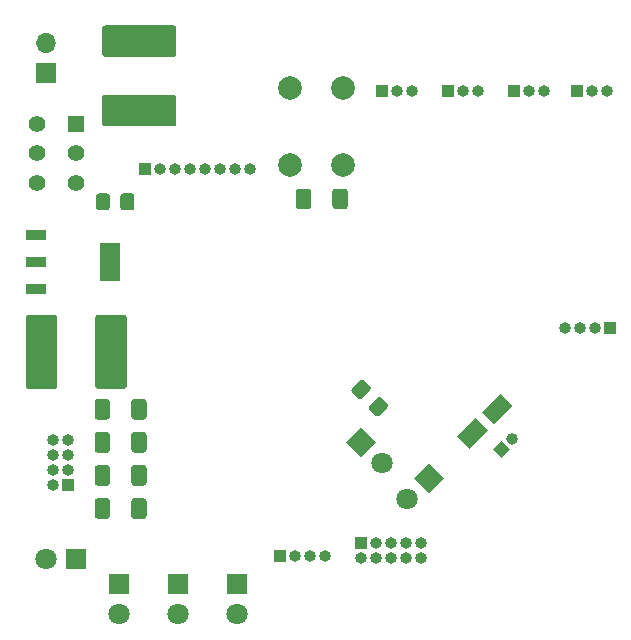
<source format=gbr>
%TF.GenerationSoftware,KiCad,Pcbnew,(5.1.9)-1*%
%TF.CreationDate,2021-03-05T00:07:22+01:00*%
%TF.ProjectId,FIGS,46494753-2e6b-4696-9361-645f70636258,1x*%
%TF.SameCoordinates,Original*%
%TF.FileFunction,Soldermask,Bot*%
%TF.FilePolarity,Negative*%
%FSLAX46Y46*%
G04 Gerber Fmt 4.6, Leading zero omitted, Abs format (unit mm)*
G04 Created by KiCad (PCBNEW (5.1.9)-1) date 2021-03-05 00:07:22*
%MOMM*%
%LPD*%
G01*
G04 APERTURE LIST*
%ADD10O,1.000000X1.000000*%
%ADD11R,1.000000X1.000000*%
%ADD12R,1.750000X3.200000*%
%ADD13R,1.750000X0.950000*%
%ADD14C,2.000000*%
%ADD15C,1.400000*%
%ADD16R,1.400000X1.400000*%
%ADD17C,0.100000*%
%ADD18C,1.800000*%
%ADD19R,1.800000X1.800000*%
%ADD20O,1.700000X1.700000*%
%ADD21R,1.700000X1.700000*%
G04 APERTURE END LIST*
D10*
%TO.C,J1*%
X55118000Y-37846000D03*
X53848000Y-37846000D03*
X52578000Y-37846000D03*
X51308000Y-37846000D03*
X50038000Y-37846000D03*
X48768000Y-37846000D03*
X47498000Y-37846000D03*
D11*
X46228000Y-37846000D03*
%TD*%
D12*
%TO.C,U1*%
X43282000Y-45720000D03*
D13*
X36982000Y-43420000D03*
X36982000Y-45720000D03*
X36982000Y-48020000D03*
%TD*%
D14*
%TO.C,SW2*%
X62992000Y-37488000D03*
X58492000Y-37488000D03*
X62992000Y-30988000D03*
X58492000Y-30988000D03*
%TD*%
D15*
%TO.C,SW1*%
X37086000Y-39036000D03*
X37086000Y-36536000D03*
X37086000Y-34036000D03*
X40386000Y-39036000D03*
X40386000Y-36536000D03*
D16*
X40386000Y-34036000D03*
%TD*%
%TO.C,R15*%
G36*
G01*
X60288000Y-39761000D02*
X60288000Y-41011000D01*
G75*
G02*
X60038000Y-41261000I-250000J0D01*
G01*
X59238000Y-41261000D01*
G75*
G02*
X58988000Y-41011000I0J250000D01*
G01*
X58988000Y-39761000D01*
G75*
G02*
X59238000Y-39511000I250000J0D01*
G01*
X60038000Y-39511000D01*
G75*
G02*
X60288000Y-39761000I0J-250000D01*
G01*
G37*
G36*
G01*
X63388000Y-39761000D02*
X63388000Y-41011000D01*
G75*
G02*
X63138000Y-41261000I-250000J0D01*
G01*
X62338000Y-41261000D01*
G75*
G02*
X62088000Y-41011000I0J250000D01*
G01*
X62088000Y-39761000D01*
G75*
G02*
X62338000Y-39511000I250000J0D01*
G01*
X63138000Y-39511000D01*
G75*
G02*
X63388000Y-39761000I0J-250000D01*
G01*
G37*
%TD*%
%TO.C,R7*%
G36*
G01*
X45050000Y-58825000D02*
X45050000Y-57575000D01*
G75*
G02*
X45300000Y-57325000I250000J0D01*
G01*
X46100000Y-57325000D01*
G75*
G02*
X46350000Y-57575000I0J-250000D01*
G01*
X46350000Y-58825000D01*
G75*
G02*
X46100000Y-59075000I-250000J0D01*
G01*
X45300000Y-59075000D01*
G75*
G02*
X45050000Y-58825000I0J250000D01*
G01*
G37*
G36*
G01*
X41950000Y-58825000D02*
X41950000Y-57575000D01*
G75*
G02*
X42200000Y-57325000I250000J0D01*
G01*
X43000000Y-57325000D01*
G75*
G02*
X43250000Y-57575000I0J-250000D01*
G01*
X43250000Y-58825000D01*
G75*
G02*
X43000000Y-59075000I-250000J0D01*
G01*
X42200000Y-59075000D01*
G75*
G02*
X41950000Y-58825000I0J250000D01*
G01*
G37*
%TD*%
%TO.C,R5*%
G36*
G01*
X45050000Y-61625000D02*
X45050000Y-60375000D01*
G75*
G02*
X45300000Y-60125000I250000J0D01*
G01*
X46100000Y-60125000D01*
G75*
G02*
X46350000Y-60375000I0J-250000D01*
G01*
X46350000Y-61625000D01*
G75*
G02*
X46100000Y-61875000I-250000J0D01*
G01*
X45300000Y-61875000D01*
G75*
G02*
X45050000Y-61625000I0J250000D01*
G01*
G37*
G36*
G01*
X41950000Y-61625000D02*
X41950000Y-60375000D01*
G75*
G02*
X42200000Y-60125000I250000J0D01*
G01*
X43000000Y-60125000D01*
G75*
G02*
X43250000Y-60375000I0J-250000D01*
G01*
X43250000Y-61625000D01*
G75*
G02*
X43000000Y-61875000I-250000J0D01*
G01*
X42200000Y-61875000D01*
G75*
G02*
X41950000Y-61625000I0J250000D01*
G01*
G37*
%TD*%
%TO.C,R3*%
G36*
G01*
X45050000Y-64425000D02*
X45050000Y-63175000D01*
G75*
G02*
X45300000Y-62925000I250000J0D01*
G01*
X46100000Y-62925000D01*
G75*
G02*
X46350000Y-63175000I0J-250000D01*
G01*
X46350000Y-64425000D01*
G75*
G02*
X46100000Y-64675000I-250000J0D01*
G01*
X45300000Y-64675000D01*
G75*
G02*
X45050000Y-64425000I0J250000D01*
G01*
G37*
G36*
G01*
X41950000Y-64425000D02*
X41950000Y-63175000D01*
G75*
G02*
X42200000Y-62925000I250000J0D01*
G01*
X43000000Y-62925000D01*
G75*
G02*
X43250000Y-63175000I0J-250000D01*
G01*
X43250000Y-64425000D01*
G75*
G02*
X43000000Y-64675000I-250000J0D01*
G01*
X42200000Y-64675000D01*
G75*
G02*
X41950000Y-64425000I0J250000D01*
G01*
G37*
%TD*%
%TO.C,R1*%
G36*
G01*
X43250000Y-65975000D02*
X43250000Y-67225000D01*
G75*
G02*
X43000000Y-67475000I-250000J0D01*
G01*
X42200000Y-67475000D01*
G75*
G02*
X41950000Y-67225000I0J250000D01*
G01*
X41950000Y-65975000D01*
G75*
G02*
X42200000Y-65725000I250000J0D01*
G01*
X43000000Y-65725000D01*
G75*
G02*
X43250000Y-65975000I0J-250000D01*
G01*
G37*
G36*
G01*
X46350000Y-65975000D02*
X46350000Y-67225000D01*
G75*
G02*
X46100000Y-67475000I-250000J0D01*
G01*
X45300000Y-67475000D01*
G75*
G02*
X45050000Y-67225000I0J250000D01*
G01*
X45050000Y-65975000D01*
G75*
G02*
X45300000Y-65725000I250000J0D01*
G01*
X46100000Y-65725000D01*
G75*
G02*
X46350000Y-65975000I0J-250000D01*
G01*
G37*
%TD*%
%TO.C,J10*%
G36*
G01*
X76944473Y-60348421D02*
X76944473Y-60348421D01*
G75*
G02*
X77651579Y-60348421I353553J-353553D01*
G01*
X77651579Y-60348421D01*
G75*
G02*
X77651579Y-61055527I-353553J-353553D01*
G01*
X77651579Y-61055527D01*
G75*
G02*
X76944473Y-61055527I-353553J353553D01*
G01*
X76944473Y-61055527D01*
G75*
G02*
X76944473Y-60348421I353553J353553D01*
G01*
G37*
D17*
G36*
X75692893Y-61600000D02*
G01*
X76400000Y-60892893D01*
X77107107Y-61600000D01*
X76400000Y-62307107D01*
X75692893Y-61600000D01*
G37*
%TD*%
D10*
%TO.C,J9*%
X68834000Y-31242000D03*
X67564000Y-31242000D03*
D11*
X66294000Y-31242000D03*
%TD*%
D10*
%TO.C,J8*%
X69580000Y-70770000D03*
X69580000Y-69500000D03*
X68310000Y-70770000D03*
X68310000Y-69500000D03*
X67040000Y-70770000D03*
X67040000Y-69500000D03*
X65770000Y-70770000D03*
X65770000Y-69500000D03*
X64500000Y-70770000D03*
D11*
X64500000Y-69500000D03*
%TD*%
D10*
%TO.C,J7*%
X74422000Y-31242000D03*
X73152000Y-31242000D03*
D11*
X71882000Y-31242000D03*
%TD*%
D10*
%TO.C,J6*%
X80010000Y-31242000D03*
X78740000Y-31242000D03*
D11*
X77470000Y-31242000D03*
%TD*%
D10*
%TO.C,J5*%
X85344000Y-31242000D03*
X84074000Y-31242000D03*
D11*
X82804000Y-31242000D03*
%TD*%
D10*
%TO.C,J4*%
X61452760Y-70657720D03*
X60182760Y-70657720D03*
X58912760Y-70657720D03*
D11*
X57642760Y-70657720D03*
%TD*%
D10*
%TO.C,J3*%
X81788000Y-51308000D03*
X83058000Y-51308000D03*
X84328000Y-51308000D03*
D11*
X85598000Y-51308000D03*
%TD*%
D10*
%TO.C,J2*%
X38400000Y-60790000D03*
X39670000Y-60790000D03*
X38400000Y-62060000D03*
X39670000Y-62060000D03*
X38400000Y-63330000D03*
X39670000Y-63330000D03*
X38400000Y-64600000D03*
D11*
X39670000Y-64600000D03*
%TD*%
D17*
%TO.C,D7*%
G36*
X75777818Y-59482843D02*
G01*
X74717157Y-58422182D01*
X76272792Y-56866547D01*
X77333453Y-57927208D01*
X75777818Y-59482843D01*
G37*
G36*
X73727208Y-61533453D02*
G01*
X72666547Y-60472792D01*
X74222182Y-58917157D01*
X75282843Y-59977818D01*
X73727208Y-61533453D01*
G37*
%TD*%
D18*
%TO.C,D6*%
X68434949Y-65796051D03*
D17*
G36*
X70231000Y-62727208D02*
G01*
X71503792Y-64000000D01*
X70231000Y-65272792D01*
X68958208Y-64000000D01*
X70231000Y-62727208D01*
G37*
%TD*%
D18*
%TO.C,D5*%
X66296051Y-62761131D03*
D17*
G36*
X63227208Y-60965080D02*
G01*
X64500000Y-59692288D01*
X65772792Y-60965080D01*
X64500000Y-62237872D01*
X63227208Y-60965080D01*
G37*
%TD*%
D18*
%TO.C,D4*%
X37846000Y-70866000D03*
D19*
X40386000Y-70866000D03*
%TD*%
D18*
%TO.C,D3*%
X44000000Y-75540000D03*
D19*
X44000000Y-73000000D03*
%TD*%
D18*
%TO.C,D2*%
X49000000Y-75540000D03*
D19*
X49000000Y-73000000D03*
%TD*%
D18*
%TO.C,D1*%
X54000000Y-75540000D03*
D19*
X54000000Y-73000000D03*
%TD*%
%TO.C,C11*%
G36*
G01*
X38786000Y-50440000D02*
X38786000Y-56240000D01*
G75*
G02*
X38536000Y-56490000I-250000J0D01*
G01*
X36361000Y-56490000D01*
G75*
G02*
X36111000Y-56240000I0J250000D01*
G01*
X36111000Y-50440000D01*
G75*
G02*
X36361000Y-50190000I250000J0D01*
G01*
X38536000Y-50190000D01*
G75*
G02*
X38786000Y-50440000I0J-250000D01*
G01*
G37*
G36*
G01*
X44661000Y-50440000D02*
X44661000Y-56240000D01*
G75*
G02*
X44411000Y-56490000I-250000J0D01*
G01*
X42236000Y-56490000D01*
G75*
G02*
X41986000Y-56240000I0J250000D01*
G01*
X41986000Y-50440000D01*
G75*
G02*
X42236000Y-50190000I250000J0D01*
G01*
X44411000Y-50190000D01*
G75*
G02*
X44661000Y-50440000I0J-250000D01*
G01*
G37*
%TD*%
%TO.C,C7*%
G36*
G01*
X44138000Y-41115000D02*
X44138000Y-40165000D01*
G75*
G02*
X44388000Y-39915000I250000J0D01*
G01*
X45063000Y-39915000D01*
G75*
G02*
X45313000Y-40165000I0J-250000D01*
G01*
X45313000Y-41115000D01*
G75*
G02*
X45063000Y-41365000I-250000J0D01*
G01*
X44388000Y-41365000D01*
G75*
G02*
X44138000Y-41115000I0J250000D01*
G01*
G37*
G36*
G01*
X42063000Y-41115000D02*
X42063000Y-40165000D01*
G75*
G02*
X42313000Y-39915000I250000J0D01*
G01*
X42988000Y-39915000D01*
G75*
G02*
X43238000Y-40165000I0J-250000D01*
G01*
X43238000Y-41115000D01*
G75*
G02*
X42988000Y-41365000I-250000J0D01*
G01*
X42313000Y-41365000D01*
G75*
G02*
X42063000Y-41115000I0J250000D01*
G01*
G37*
%TD*%
%TO.C,C4*%
G36*
G01*
X48620000Y-28372000D02*
X42820000Y-28372000D01*
G75*
G02*
X42570000Y-28122000I0J250000D01*
G01*
X42570000Y-25947000D01*
G75*
G02*
X42820000Y-25697000I250000J0D01*
G01*
X48620000Y-25697000D01*
G75*
G02*
X48870000Y-25947000I0J-250000D01*
G01*
X48870000Y-28122000D01*
G75*
G02*
X48620000Y-28372000I-250000J0D01*
G01*
G37*
G36*
G01*
X48620000Y-34247000D02*
X42820000Y-34247000D01*
G75*
G02*
X42570000Y-33997000I0J250000D01*
G01*
X42570000Y-31822000D01*
G75*
G02*
X42820000Y-31572000I250000J0D01*
G01*
X48620000Y-31572000D01*
G75*
G02*
X48870000Y-31822000I0J-250000D01*
G01*
X48870000Y-33997000D01*
G75*
G02*
X48620000Y-34247000I-250000J0D01*
G01*
G37*
%TD*%
%TO.C,C1*%
G36*
G01*
X65267678Y-56595927D02*
X64595927Y-57267678D01*
G75*
G02*
X64242373Y-57267678I-176777J176777D01*
G01*
X63765076Y-56790381D01*
G75*
G02*
X63765076Y-56436827I176777J176777D01*
G01*
X64436827Y-55765076D01*
G75*
G02*
X64790381Y-55765076I176777J-176777D01*
G01*
X65267678Y-56242373D01*
G75*
G02*
X65267678Y-56595927I-176777J-176777D01*
G01*
G37*
G36*
G01*
X66734924Y-58063173D02*
X66063173Y-58734924D01*
G75*
G02*
X65709619Y-58734924I-176777J176777D01*
G01*
X65232322Y-58257627D01*
G75*
G02*
X65232322Y-57904073I176777J176777D01*
G01*
X65904073Y-57232322D01*
G75*
G02*
X66257627Y-57232322I176777J-176777D01*
G01*
X66734924Y-57709619D01*
G75*
G02*
X66734924Y-58063173I-176777J-176777D01*
G01*
G37*
%TD*%
D20*
%TO.C,BT1*%
X37846000Y-27178000D03*
D21*
X37846000Y-29718000D03*
%TD*%
M02*

</source>
